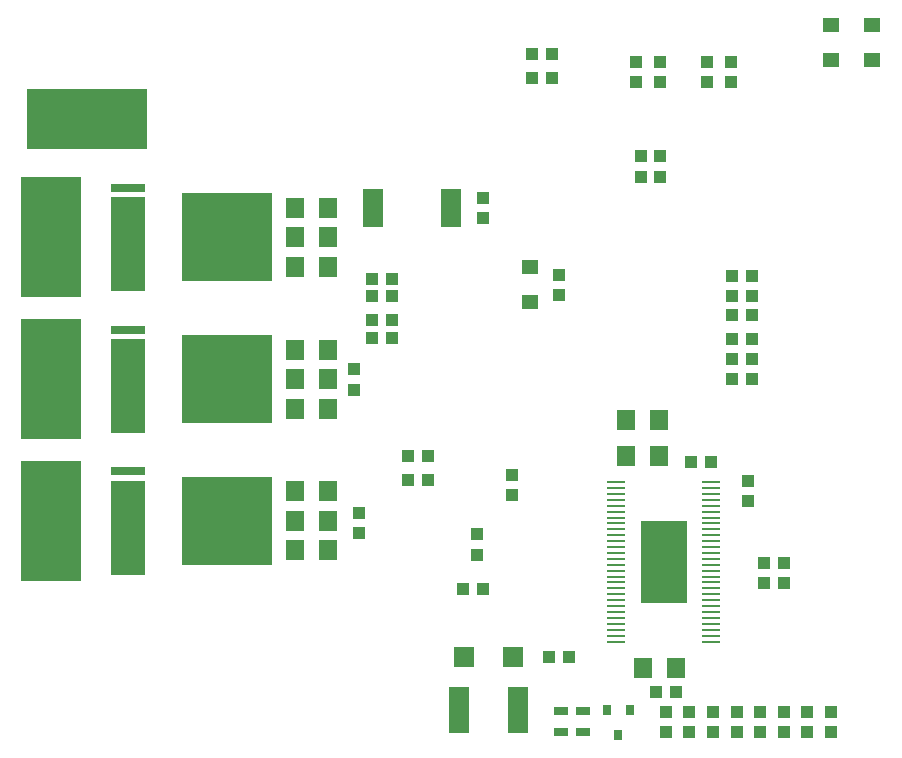
<source format=gbr>
G04 EAGLE Gerber RS-274X export*
G75*
%MOMM*%
%FSLAX34Y34*%
%LPD*%
%AMOC8*
5,1,8,0,0,1.08239X$1,22.5*%
G01*
%ADD10R,1.500000X0.210000*%
%ADD11R,4.000000X7.000000*%
%ADD12R,1.100000X1.000000*%
%ADD13R,1.000000X1.100000*%
%ADD14R,1.800000X1.700000*%
%ADD15R,1.800000X4.000000*%
%ADD16R,1.200000X0.800000*%
%ADD17R,1.600000X1.800000*%
%ADD18R,1.778000X3.175000*%
%ADD19R,0.800000X0.900000*%
%ADD20R,3.000000X8.000000*%
%ADD21R,3.000000X0.800000*%
%ADD22R,7.650000X7.500000*%
%ADD23R,1.400000X1.200000*%
%ADD24R,5.080000X10.160000*%
%ADD25R,10.160000X5.080000*%


D10*
X608340Y97800D03*
X608340Y102800D03*
X608340Y107800D03*
X608340Y112800D03*
X608340Y117800D03*
X608340Y122800D03*
X608340Y127800D03*
X608340Y132800D03*
X608340Y137800D03*
X608340Y142800D03*
X608340Y147800D03*
X608340Y152800D03*
X608340Y157800D03*
X608340Y162800D03*
X608340Y167800D03*
X608340Y172800D03*
X608340Y177800D03*
X608340Y182800D03*
X608340Y187800D03*
X608340Y192800D03*
X608340Y197800D03*
X608340Y202800D03*
X608340Y207800D03*
X608340Y212800D03*
X608340Y217800D03*
X608340Y222800D03*
X608340Y227800D03*
X608340Y232800D03*
X528340Y232800D03*
X528340Y227800D03*
X528340Y222800D03*
X528340Y217800D03*
X528340Y212800D03*
X528340Y207800D03*
X528340Y202800D03*
X528340Y197800D03*
X528340Y192800D03*
X528340Y187800D03*
X528340Y182800D03*
X528340Y177800D03*
X528340Y172800D03*
X528340Y167800D03*
X528340Y162800D03*
X528340Y157800D03*
X528340Y152800D03*
X528340Y147800D03*
X528340Y142800D03*
X528340Y137800D03*
X528340Y132800D03*
X528340Y127800D03*
X528340Y122800D03*
X528340Y117800D03*
X528340Y112800D03*
X528340Y107800D03*
X528340Y102800D03*
X528340Y97800D03*
D11*
X568340Y165300D03*
D12*
X561500Y55000D03*
X578500Y55000D03*
D13*
X440000Y238500D03*
X440000Y221500D03*
X410000Y188500D03*
X410000Y171500D03*
D12*
X398500Y142000D03*
X415500Y142000D03*
D14*
X399500Y85000D03*
X440500Y85000D03*
D15*
X395000Y40000D03*
X445000Y40000D03*
D13*
X415000Y456500D03*
X415000Y473500D03*
X570000Y21500D03*
X570000Y38500D03*
D12*
X488500Y85000D03*
X471500Y85000D03*
X608500Y250000D03*
X591500Y250000D03*
X670500Y164000D03*
X653500Y164000D03*
X653500Y147000D03*
X670500Y147000D03*
D13*
X630000Y21500D03*
X630000Y38500D03*
X670000Y21500D03*
X670000Y38500D03*
X650000Y21500D03*
X650000Y38500D03*
X690000Y38500D03*
X690000Y21500D03*
X590000Y38500D03*
X590000Y21500D03*
X610000Y21500D03*
X610000Y38500D03*
X640000Y216500D03*
X640000Y233500D03*
D12*
X626500Y390000D03*
X643500Y390000D03*
X626500Y407000D03*
X643500Y407000D03*
X626500Y374000D03*
X643500Y374000D03*
D13*
X310000Y189500D03*
X310000Y206500D03*
D12*
X351500Y255000D03*
X368500Y255000D03*
X351500Y235000D03*
X368500Y235000D03*
X321500Y370000D03*
X338500Y370000D03*
X321500Y355000D03*
X338500Y355000D03*
X321500Y405000D03*
X338500Y405000D03*
X321500Y390000D03*
X338500Y390000D03*
X473500Y575000D03*
X456500Y575000D03*
X456500Y595000D03*
X473500Y595000D03*
D16*
X481000Y21000D03*
X481000Y39000D03*
D17*
X256000Y345000D03*
X284000Y345000D03*
X256000Y465000D03*
X284000Y465000D03*
X256000Y415000D03*
X284000Y415000D03*
X256000Y225000D03*
X284000Y225000D03*
X256000Y320000D03*
X284000Y320000D03*
X256000Y175000D03*
X284000Y175000D03*
X536000Y255000D03*
X564000Y255000D03*
X256000Y440000D03*
X284000Y440000D03*
X256000Y295000D03*
X284000Y295000D03*
X256000Y200000D03*
X284000Y200000D03*
D18*
X388020Y465000D03*
X321980Y465000D03*
D12*
X626500Y354000D03*
X643500Y354000D03*
X626500Y320000D03*
X643500Y320000D03*
X626500Y337000D03*
X643500Y337000D03*
D13*
X545000Y571500D03*
X545000Y588500D03*
X565000Y588500D03*
X565000Y571500D03*
D16*
X500000Y21000D03*
X500000Y39000D03*
D13*
X549000Y491500D03*
X549000Y508500D03*
X565000Y491500D03*
X565000Y508500D03*
D19*
X539500Y40000D03*
X520500Y40000D03*
X530000Y19000D03*
D20*
X115000Y194000D03*
D21*
X115000Y242000D03*
D22*
X198550Y200000D03*
D20*
X115000Y314000D03*
D21*
X115000Y362000D03*
D22*
X198550Y320000D03*
D20*
X115000Y434000D03*
D21*
X115000Y482000D03*
D22*
X198550Y440000D03*
D13*
X306209Y311155D03*
X306209Y328155D03*
D23*
X455000Y415000D03*
X455000Y385000D03*
X710000Y590000D03*
X710000Y620000D03*
X745000Y590000D03*
X745000Y620000D03*
D13*
X480000Y408500D03*
X480000Y391500D03*
X625000Y588500D03*
X625000Y571500D03*
X605000Y588500D03*
X605000Y571500D03*
X710000Y38500D03*
X710000Y21500D03*
D24*
X50000Y200000D03*
X50000Y320000D03*
X50000Y440000D03*
D25*
X80000Y540000D03*
D17*
X551000Y75000D03*
X579000Y75000D03*
X536000Y285000D03*
X564000Y285000D03*
M02*

</source>
